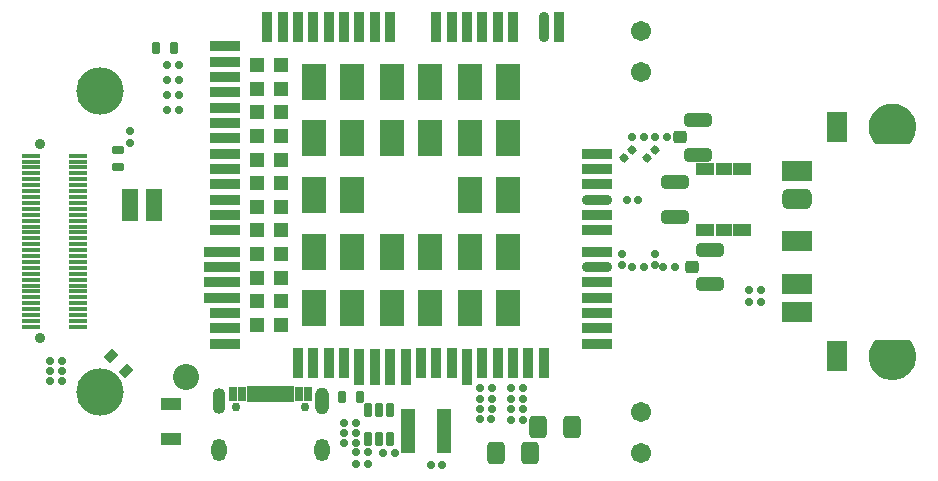
<source format=gbs>
G04*
G04 #@! TF.GenerationSoftware,Altium Limited,Altium Designer,22.8.2 (66)*
G04*
G04 Layer_Color=16711935*
%FSLAX25Y25*%
%MOIN*%
G70*
G04*
G04 #@! TF.SameCoordinates,6BB00AFB-5455-402A-A2EE-A29BA1A7275C*
G04*
G04*
G04 #@! TF.FilePolarity,Negative*
G04*
G01*
G75*
G04:AMPARAMS|DCode=38|XSize=39.37mil|YSize=27.56mil|CornerRadius=6.69mil|HoleSize=0mil|Usage=FLASHONLY|Rotation=180.000|XOffset=0mil|YOffset=0mil|HoleType=Round|Shape=RoundedRectangle|*
%AMROUNDEDRECTD38*
21,1,0.03937,0.01417,0,0,180.0*
21,1,0.02598,0.02756,0,0,180.0*
1,1,0.01339,-0.01299,0.00709*
1,1,0.01339,0.01299,0.00709*
1,1,0.01339,0.01299,-0.00709*
1,1,0.01339,-0.01299,-0.00709*
%
%ADD38ROUNDEDRECTD38*%
G04:AMPARAMS|DCode=41|XSize=47.37mil|YSize=27.69mil|CornerRadius=6.46mil|HoleSize=0mil|Usage=FLASHONLY|Rotation=270.000|XOffset=0mil|YOffset=0mil|HoleType=Round|Shape=RoundedRectangle|*
%AMROUNDEDRECTD41*
21,1,0.04737,0.01476,0,0,270.0*
21,1,0.03445,0.02769,0,0,270.0*
1,1,0.01292,-0.00738,-0.01722*
1,1,0.01292,-0.00738,0.01722*
1,1,0.01292,0.00738,0.01722*
1,1,0.01292,0.00738,-0.01722*
%
%ADD41ROUNDEDRECTD41*%
%ADD42R,0.04724X0.14961*%
G04:AMPARAMS|DCode=43|XSize=27.56mil|YSize=23.62mil|CornerRadius=5.91mil|HoleSize=0mil|Usage=FLASHONLY|Rotation=90.000|XOffset=0mil|YOffset=0mil|HoleType=Round|Shape=RoundedRectangle|*
%AMROUNDEDRECTD43*
21,1,0.02756,0.01181,0,0,90.0*
21,1,0.01575,0.02362,0,0,90.0*
1,1,0.01181,0.00591,0.00787*
1,1,0.01181,0.00591,-0.00787*
1,1,0.01181,-0.00591,-0.00787*
1,1,0.01181,-0.00591,0.00787*
%
%ADD43ROUNDEDRECTD43*%
G04:AMPARAMS|DCode=46|XSize=27.56mil|YSize=23.62mil|CornerRadius=5.91mil|HoleSize=0mil|Usage=FLASHONLY|Rotation=0.000|XOffset=0mil|YOffset=0mil|HoleType=Round|Shape=RoundedRectangle|*
%AMROUNDEDRECTD46*
21,1,0.02756,0.01181,0,0,0.0*
21,1,0.01575,0.02362,0,0,0.0*
1,1,0.01181,0.00787,-0.00591*
1,1,0.01181,-0.00787,-0.00591*
1,1,0.01181,-0.00787,0.00591*
1,1,0.01181,0.00787,0.00591*
%
%ADD46ROUNDEDRECTD46*%
G04:AMPARAMS|DCode=48|XSize=39.37mil|YSize=27.56mil|CornerRadius=6.69mil|HoleSize=0mil|Usage=FLASHONLY|Rotation=270.000|XOffset=0mil|YOffset=0mil|HoleType=Round|Shape=RoundedRectangle|*
%AMROUNDEDRECTD48*
21,1,0.03937,0.01417,0,0,270.0*
21,1,0.02598,0.02756,0,0,270.0*
1,1,0.01339,-0.00709,-0.01299*
1,1,0.01339,-0.00709,0.01299*
1,1,0.01339,0.00709,0.01299*
1,1,0.01339,0.00709,-0.01299*
%
%ADD48ROUNDEDRECTD48*%
%ADD50C,0.06706*%
%ADD51C,0.10743*%
%ADD52O,0.04331X0.08662*%
%ADD53O,0.05131X0.07493*%
%ADD54C,0.02953*%
%ADD55O,0.04737X0.09068*%
%ADD56C,0.15761*%
%ADD57C,0.03438*%
G04:AMPARAMS|DCode=109|XSize=45.28mil|YSize=92.52mil|CornerRadius=12.3mil|HoleSize=0mil|Usage=FLASHONLY|Rotation=90.000|XOffset=0mil|YOffset=0mil|HoleType=Round|Shape=RoundedRectangle|*
%AMROUNDEDRECTD109*
21,1,0.04528,0.06791,0,0,90.0*
21,1,0.02067,0.09252,0,0,90.0*
1,1,0.02461,0.03396,0.01034*
1,1,0.02461,0.03396,-0.01034*
1,1,0.02461,-0.03396,-0.01034*
1,1,0.02461,-0.03396,0.01034*
%
%ADD109ROUNDEDRECTD109*%
G04:AMPARAMS|DCode=110|XSize=43.31mil|YSize=45.28mil|CornerRadius=11.81mil|HoleSize=0mil|Usage=FLASHONLY|Rotation=90.000|XOffset=0mil|YOffset=0mil|HoleType=Round|Shape=RoundedRectangle|*
%AMROUNDEDRECTD110*
21,1,0.04331,0.02165,0,0,90.0*
21,1,0.01968,0.04528,0,0,90.0*
1,1,0.02362,0.01083,0.00984*
1,1,0.02362,0.01083,-0.00984*
1,1,0.02362,-0.01083,-0.00984*
1,1,0.02362,-0.01083,0.00984*
%
%ADD110ROUNDEDRECTD110*%
%ADD111R,0.09855X0.06706*%
G04:AMPARAMS|DCode=112|XSize=67.06mil|YSize=98.55mil|CornerRadius=18.76mil|HoleSize=0mil|Usage=FLASHONLY|Rotation=90.000|XOffset=0mil|YOffset=0mil|HoleType=Round|Shape=RoundedRectangle|*
%AMROUNDEDRECTD112*
21,1,0.06706,0.06102,0,0,90.0*
21,1,0.02953,0.09855,0,0,90.0*
1,1,0.03753,0.03051,0.01476*
1,1,0.03753,0.03051,-0.01476*
1,1,0.03753,-0.03051,-0.01476*
1,1,0.03753,-0.03051,0.01476*
%
%ADD112ROUNDEDRECTD112*%
%ADD113R,0.06706X0.09855*%
G04:AMPARAMS|DCode=114|XSize=39.5mil|YSize=31.62mil|CornerRadius=0mil|HoleSize=0mil|Usage=FLASHONLY|Rotation=45.000|XOffset=0mil|YOffset=0mil|HoleType=Round|Shape=Rectangle|*
%AMROTATEDRECTD114*
4,1,4,-0.00278,-0.02514,-0.02514,-0.00278,0.00278,0.02514,0.02514,0.00278,-0.00278,-0.02514,0.0*
%
%ADD114ROTATEDRECTD114*%

%ADD115C,0.08674*%
%ADD116R,0.06312X0.03950*%
%ADD117R,0.05721X0.03950*%
G04:AMPARAMS|DCode=118|XSize=27.56mil|YSize=23.62mil|CornerRadius=5.91mil|HoleSize=0mil|Usage=FLASHONLY|Rotation=315.000|XOffset=0mil|YOffset=0mil|HoleType=Round|Shape=RoundedRectangle|*
%AMROUNDEDRECTD118*
21,1,0.02756,0.01181,0,0,315.0*
21,1,0.01575,0.02362,0,0,315.0*
1,1,0.01181,0.00139,-0.00974*
1,1,0.01181,-0.00974,0.00139*
1,1,0.01181,-0.00139,0.00974*
1,1,0.01181,0.00974,-0.00139*
%
%ADD118ROUNDEDRECTD118*%
%ADD119R,0.02756X0.05118*%
%ADD120R,0.01981X0.05524*%
G04:AMPARAMS|DCode=121|XSize=75.59mil|YSize=57.09mil|CornerRadius=12.6mil|HoleSize=0mil|Usage=FLASHONLY|Rotation=270.000|XOffset=0mil|YOffset=0mil|HoleType=Round|Shape=RoundedRectangle|*
%AMROUNDEDRECTD121*
21,1,0.07559,0.03189,0,0,270.0*
21,1,0.05039,0.05709,0,0,270.0*
1,1,0.02520,-0.01595,-0.02520*
1,1,0.02520,-0.01595,0.02520*
1,1,0.02520,0.01595,0.02520*
1,1,0.02520,0.01595,-0.02520*
%
%ADD121ROUNDEDRECTD121*%
%ADD122R,0.04724X0.04724*%
%ADD123R,0.08268X0.12205*%
%ADD124R,0.03543X0.10236*%
%ADD125R,0.03543X0.12394*%
%ADD126R,0.10236X0.03543*%
G04:AMPARAMS|DCode=127|XSize=102.36mil|YSize=35.43mil|CornerRadius=17.72mil|HoleSize=0mil|Usage=FLASHONLY|Rotation=0.000|XOffset=0mil|YOffset=0mil|HoleType=Round|Shape=RoundedRectangle|*
%AMROUNDEDRECTD127*
21,1,0.10236,0.00000,0,0,0.0*
21,1,0.06693,0.03543,0,0,0.0*
1,1,0.03543,0.03347,0.00000*
1,1,0.03543,-0.03347,0.00000*
1,1,0.03543,-0.03347,0.00000*
1,1,0.03543,0.03347,0.00000*
%
%ADD127ROUNDEDRECTD127*%
G04:AMPARAMS|DCode=128|XSize=102.36mil|YSize=35.43mil|CornerRadius=17.72mil|HoleSize=0mil|Usage=FLASHONLY|Rotation=270.000|XOffset=0mil|YOffset=0mil|HoleType=Round|Shape=RoundedRectangle|*
%AMROUNDEDRECTD128*
21,1,0.10236,0.00000,0,0,270.0*
21,1,0.06693,0.03543,0,0,270.0*
1,1,0.03543,0.00000,-0.03347*
1,1,0.03543,0.00000,0.03347*
1,1,0.03543,0.00000,0.03347*
1,1,0.03543,0.00000,-0.03347*
%
%ADD128ROUNDEDRECTD128*%
%ADD129R,0.12394X0.03543*%
%ADD130R,0.05918X0.01784*%
%ADD131R,0.05721X0.10800*%
%ADD132R,0.07087X0.03937*%
G36*
X269746Y17476D02*
X269754Y17477D01*
X269758Y17476D01*
X269764Y17476D01*
X269777Y17474D01*
X269791Y17473D01*
X269798Y17472D01*
X269806Y17471D01*
X269810Y17470D01*
X269816Y17469D01*
X269829Y17466D01*
X269842Y17463D01*
X269850Y17461D01*
X269857Y17459D01*
X269861Y17457D01*
X269867Y17456D01*
X269879Y17451D01*
X269892Y17446D01*
X269899Y17443D01*
X269906Y17440D01*
X269910Y17438D01*
X269915Y17436D01*
X269927Y17429D01*
X269939Y17423D01*
X269945Y17419D01*
X269952Y17415D01*
X269956Y17412D01*
X269961Y17410D01*
X269971Y17401D01*
X269982Y17394D01*
X269988Y17389D01*
X269994Y17384D01*
X269998Y17381D01*
X270002Y17378D01*
X270012Y17368D01*
X270022Y17359D01*
X270027Y17354D01*
X270032Y17348D01*
X270276Y17086D01*
X270288Y17071D01*
X270301Y17056D01*
X270736Y16486D01*
X270746Y16470D01*
X270758Y16454D01*
X271136Y15845D01*
X271145Y15828D01*
X271154Y15811D01*
X271473Y15169D01*
X271480Y15151D01*
X271488Y15133D01*
X271744Y14463D01*
X271749Y14445D01*
X271756Y14427D01*
X271946Y13735D01*
X271950Y13716D01*
X271954Y13698D01*
X272077Y12991D01*
X272079Y12972D01*
X272082Y12953D01*
X272137Y12238D01*
X272137Y12219D01*
X272138Y12200D01*
X272124Y11483D01*
X272123Y11463D01*
X272122Y11444D01*
X272040Y10732D01*
X272036Y10713D01*
X272033Y10694D01*
X271883Y9992D01*
X271878Y9974D01*
X271874Y9955D01*
X271657Y9272D01*
X271650Y9254D01*
X271644Y9235D01*
X271363Y8575D01*
X271354Y8558D01*
X271346Y8541D01*
X271004Y7911D01*
X270993Y7895D01*
X270984Y7878D01*
X270582Y7284D01*
X270571Y7268D01*
X270559Y7253D01*
X270103Y6700D01*
X270090Y6685D01*
X270077Y6671D01*
X269824Y6418D01*
X269824Y6418D01*
X269564Y6158D01*
X269549Y6145D01*
X269535Y6131D01*
X268967Y5665D01*
X268951Y5654D01*
X268935Y5642D01*
X268324Y5233D01*
X268307Y5223D01*
X268290Y5213D01*
X267642Y4867D01*
X267624Y4859D01*
X267607Y4850D01*
X266928Y4569D01*
X266909Y4562D01*
X266891Y4555D01*
X266187Y4342D01*
X266168Y4338D01*
X266149Y4332D01*
X265428Y4189D01*
X265409Y4186D01*
X265389Y4183D01*
X264658Y4111D01*
X264638Y4111D01*
X264619Y4109D01*
X263884Y4109D01*
X263864Y4111D01*
X263844Y4111D01*
X263113Y4183D01*
X263094Y4187D01*
X263074Y4189D01*
X262353Y4333D01*
X262334Y4338D01*
X262315Y4342D01*
X261612Y4556D01*
X261594Y4563D01*
X261575Y4569D01*
X260896Y4850D01*
X260878Y4859D01*
X260860Y4867D01*
X260212Y5214D01*
X260196Y5224D01*
X260179Y5234D01*
X259568Y5642D01*
X259552Y5654D01*
X259536Y5666D01*
X258968Y6132D01*
X258954Y6145D01*
X258939Y6159D01*
X258679Y6418D01*
X258426Y6672D01*
X258413Y6686D01*
X258400Y6700D01*
X257944Y7254D01*
X257932Y7269D01*
X257921Y7284D01*
X257519Y7879D01*
X257510Y7895D01*
X257499Y7912D01*
X257157Y8542D01*
X257149Y8559D01*
X257140Y8576D01*
X256859Y9236D01*
X256853Y9254D01*
X256846Y9272D01*
X256630Y9956D01*
X256625Y9974D01*
X256620Y9993D01*
X256470Y10695D01*
X256467Y10714D01*
X256464Y10732D01*
X256382Y11445D01*
X256381Y11464D01*
X256379Y11483D01*
X256365Y12200D01*
X256366Y12219D01*
X256366Y12239D01*
X256422Y12954D01*
X256424Y12973D01*
X256426Y12992D01*
X256550Y13698D01*
X256554Y13717D01*
X256558Y13736D01*
X256748Y14427D01*
X256754Y14445D01*
X256760Y14464D01*
X257016Y15134D01*
X257024Y15151D01*
X257031Y15169D01*
X257349Y15812D01*
X257359Y15828D01*
X257368Y15845D01*
X257747Y16454D01*
X257758Y16470D01*
X257768Y16486D01*
X258203Y17056D01*
X258216Y17071D01*
X258228Y17086D01*
X258472Y17348D01*
X258477Y17354D01*
X258482Y17359D01*
X258496Y17372D01*
X258510Y17385D01*
X258516Y17389D01*
X258522Y17394D01*
X258537Y17404D01*
X258552Y17415D01*
X258559Y17419D01*
X258565Y17423D01*
X258582Y17431D01*
X258598Y17440D01*
X258606Y17443D01*
X258612Y17446D01*
X258630Y17452D01*
X258647Y17459D01*
X258655Y17461D01*
X258662Y17463D01*
X258680Y17467D01*
X258698Y17471D01*
X258706Y17472D01*
X258713Y17473D01*
X258732Y17475D01*
X258751Y17477D01*
X258758Y17476D01*
X258766Y17477D01*
X269738Y17477D01*
X269746Y17476D01*
D02*
G37*
G36*
X264638Y96249D02*
X264657Y96248D01*
X265389Y96176D01*
X265409Y96173D01*
X265428Y96171D01*
X266149Y96027D01*
X266168Y96022D01*
X266187Y96018D01*
X266891Y95805D01*
X266909Y95798D01*
X266928Y95791D01*
X267607Y95510D01*
X267625Y95501D01*
X267642Y95493D01*
X268291Y95147D01*
X268308Y95136D01*
X268325Y95126D01*
X268936Y94718D01*
X268951Y94706D01*
X268968Y94695D01*
X269536Y94228D01*
X269550Y94215D01*
X269565Y94202D01*
X269825Y93942D01*
X269825Y93942D01*
X270079Y93687D01*
X270092Y93673D01*
X270105Y93659D01*
X270563Y93103D01*
X270574Y93088D01*
X270586Y93072D01*
X270989Y92475D01*
X270998Y92458D01*
X271009Y92442D01*
X271352Y91809D01*
X271360Y91792D01*
X271369Y91774D01*
X271649Y91111D01*
X271656Y91093D01*
X271663Y91075D01*
X271879Y90388D01*
X271883Y90370D01*
X271888Y90351D01*
X272037Y89647D01*
X272040Y89627D01*
X272043Y89609D01*
X272124Y88893D01*
X272125Y88874D01*
X272126Y88855D01*
X272138Y88135D01*
X272137Y88116D01*
X272137Y88096D01*
X272079Y87379D01*
X272076Y87359D01*
X272074Y87340D01*
X271948Y86631D01*
X271943Y86613D01*
X271939Y86594D01*
X271745Y85900D01*
X271739Y85882D01*
X271733Y85864D01*
X271474Y85192D01*
X271465Y85175D01*
X271458Y85157D01*
X271135Y84513D01*
X271125Y84497D01*
X271116Y84480D01*
X270733Y83870D01*
X270722Y83855D01*
X270711Y83839D01*
X270271Y83269D01*
X270258Y83254D01*
X270246Y83239D01*
X270000Y82977D01*
X269995Y82972D01*
X269991Y82968D01*
X269976Y82955D01*
X269961Y82941D01*
X269956Y82937D01*
X269951Y82933D01*
X269935Y82922D01*
X269919Y82910D01*
X269913Y82907D01*
X269908Y82904D01*
X269890Y82895D01*
X269872Y82886D01*
X269866Y82883D01*
X269861Y82881D01*
X269842Y82874D01*
X269823Y82867D01*
X269817Y82866D01*
X269811Y82864D01*
X269792Y82860D01*
X269772Y82855D01*
X269766Y82855D01*
X269759Y82854D01*
X269740Y82852D01*
X269720Y82850D01*
X269714Y82850D01*
X269707Y82850D01*
X258797Y82850D01*
X258790Y82850D01*
X258784Y82850D01*
X258778Y82851D01*
X258773Y82851D01*
X258758Y82853D01*
X258745Y82854D01*
X258738Y82855D01*
X258732Y82855D01*
X258726Y82857D01*
X258721Y82857D01*
X258707Y82861D01*
X258693Y82864D01*
X258687Y82866D01*
X258681Y82867D01*
X258676Y82869D01*
X258670Y82871D01*
X258657Y82876D01*
X258643Y82881D01*
X258638Y82883D01*
X258632Y82886D01*
X258627Y82888D01*
X258622Y82890D01*
X258609Y82898D01*
X258596Y82904D01*
X258591Y82907D01*
X258585Y82910D01*
X258581Y82914D01*
X258576Y82916D01*
X258564Y82925D01*
X258553Y82933D01*
X258548Y82937D01*
X258543Y82941D01*
X258539Y82945D01*
X258534Y82948D01*
X258524Y82958D01*
X258513Y82968D01*
X258509Y82972D01*
X258505Y82977D01*
X258258Y83239D01*
X258246Y83254D01*
X258233Y83268D01*
X257793Y83838D01*
X257783Y83854D01*
X257771Y83870D01*
X257388Y84479D01*
X257379Y84496D01*
X257369Y84513D01*
X257046Y85156D01*
X257038Y85174D01*
X257030Y85192D01*
X256771Y85863D01*
X256765Y85881D01*
X256759Y85900D01*
X256565Y86593D01*
X256561Y86612D01*
X256556Y86630D01*
X256430Y87339D01*
X256428Y87358D01*
X256425Y87377D01*
X256367Y88095D01*
X256367Y88114D01*
X256366Y88133D01*
X256377Y88853D01*
X256379Y88872D01*
X256379Y88892D01*
X256460Y89607D01*
X256463Y89626D01*
X256466Y89645D01*
X256615Y90350D01*
X256620Y90368D01*
X256625Y90387D01*
X256840Y91074D01*
X256847Y91092D01*
X256854Y91110D01*
X257134Y91773D01*
X257143Y91790D01*
X257151Y91807D01*
X257494Y92440D01*
X257504Y92457D01*
X257514Y92473D01*
X257916Y93070D01*
X257928Y93085D01*
X257939Y93101D01*
X258397Y93657D01*
X258410Y93671D01*
X258423Y93685D01*
X258677Y93940D01*
X258677Y93940D01*
X258937Y94200D01*
X258952Y94213D01*
X258966Y94226D01*
X259534Y94693D01*
X259550Y94704D01*
X259566Y94716D01*
X260177Y95125D01*
X260194Y95135D01*
X260211Y95145D01*
X260859Y95492D01*
X260877Y95500D01*
X260894Y95509D01*
X261574Y95790D01*
X261592Y95797D01*
X261611Y95804D01*
X262314Y96017D01*
X262333Y96022D01*
X262352Y96027D01*
X263073Y96170D01*
X263093Y96173D01*
X263112Y96176D01*
X263844Y96248D01*
X263863Y96249D01*
X263883Y96250D01*
X264618Y96250D01*
X264638Y96249D01*
D02*
G37*
D38*
X6095Y80882D02*
D03*
Y74976D02*
D03*
D41*
X89370Y-6040D02*
D03*
X93110D02*
D03*
X96850D02*
D03*
X89370Y-15489D02*
D03*
X93110D02*
D03*
X96850D02*
D03*
D42*
X102874Y-12733D02*
D03*
X114685D02*
D03*
D43*
X177547Y41768D02*
D03*
X181484D02*
D03*
X130721Y-2086D02*
D03*
X126784D02*
D03*
X187959Y41723D02*
D03*
X191896D02*
D03*
X130721Y1307D02*
D03*
X126784D02*
D03*
X179579Y64195D02*
D03*
X175642D02*
D03*
X-16610Y3712D02*
D03*
X-12673D02*
D03*
X-12673Y6991D02*
D03*
X-16610D02*
D03*
X-12627Y10304D02*
D03*
X-16564D02*
D03*
X181539Y84944D02*
D03*
X177602D02*
D03*
X188980Y84979D02*
D03*
X185043D02*
D03*
X126632Y-8871D02*
D03*
X130569D02*
D03*
X141180Y-9060D02*
D03*
X137243D02*
D03*
X141180Y1307D02*
D03*
X137243D02*
D03*
X141180Y-5604D02*
D03*
X137243D02*
D03*
X141180Y-2149D02*
D03*
X137243D02*
D03*
X126784Y-5478D02*
D03*
X130721D02*
D03*
X85546Y-10220D02*
D03*
X81609D02*
D03*
Y-13498D02*
D03*
X85546D02*
D03*
X98324Y-20283D02*
D03*
X94387D02*
D03*
X85546Y-16859D02*
D03*
X81609D02*
D03*
X114291Y-24239D02*
D03*
X110354D02*
D03*
X22489Y94020D02*
D03*
X26426D02*
D03*
X22489Y98970D02*
D03*
X26426D02*
D03*
X22489Y104069D02*
D03*
X26426D02*
D03*
X22489Y109270D02*
D03*
X26426D02*
D03*
D46*
X220339Y30219D02*
D03*
Y34156D02*
D03*
X216361Y30219D02*
D03*
Y34156D02*
D03*
X174113Y42330D02*
D03*
Y46267D02*
D03*
X185071Y42330D02*
D03*
Y46267D02*
D03*
X85546Y-19944D02*
D03*
Y-23881D02*
D03*
X89495Y-23813D02*
D03*
Y-19876D02*
D03*
X10217Y83200D02*
D03*
Y87137D02*
D03*
D48*
X86660Y-1557D02*
D03*
X80754D02*
D03*
X24710Y114869D02*
D03*
X18804D02*
D03*
D50*
X180394Y-6397D02*
D03*
Y-20177D02*
D03*
Y106658D02*
D03*
Y120438D02*
D03*
D51*
X264252Y11991D02*
D03*
Y88369D02*
D03*
D52*
X39956Y-2777D02*
D03*
D53*
Y-19234D02*
D03*
X74012D02*
D03*
D54*
X45606Y-4746D02*
D03*
X68362D02*
D03*
D55*
X74012Y-2777D02*
D03*
D56*
X0Y0D02*
D03*
X0Y100495D02*
D03*
D57*
X-19844Y82636D02*
D03*
Y18070D02*
D03*
D109*
X199516Y79212D02*
D03*
Y90826D02*
D03*
X203569Y47586D02*
D03*
Y35972D02*
D03*
X191733Y58424D02*
D03*
Y70038D02*
D03*
D110*
X193512Y85019D02*
D03*
X197565Y41779D02*
D03*
D111*
X232573Y26791D02*
D03*
Y36122D02*
D03*
Y50295D02*
D03*
Y73799D02*
D03*
D112*
Y64468D02*
D03*
D113*
X245774Y11996D02*
D03*
Y88398D02*
D03*
D114*
X8660Y7222D02*
D03*
X3928Y11955D02*
D03*
D115*
X28644Y5015D02*
D03*
D116*
X214112Y54029D02*
D03*
X201868D02*
D03*
X214112Y74431D02*
D03*
X201868D02*
D03*
D117*
X207990Y54029D02*
D03*
Y74431D02*
D03*
D118*
X182355Y78091D02*
D03*
X185139Y80875D02*
D03*
X177553Y80812D02*
D03*
X174769Y78029D02*
D03*
D119*
X44386Y-553D02*
D03*
X47535D02*
D03*
X66433D02*
D03*
X69582D02*
D03*
D120*
X50094D02*
D03*
X52063D02*
D03*
X54031D02*
D03*
X56000D02*
D03*
X57968D02*
D03*
X59937D02*
D03*
X61905D02*
D03*
X63874D02*
D03*
D121*
X157412Y-11657D02*
D03*
X145994D02*
D03*
X132087Y-20286D02*
D03*
X143504D02*
D03*
D122*
X52561Y109077D02*
D03*
Y101203D02*
D03*
Y93329D02*
D03*
Y85455D02*
D03*
Y77581D02*
D03*
Y69707D02*
D03*
Y61833D02*
D03*
Y53959D02*
D03*
Y46084D02*
D03*
Y38210D02*
D03*
Y30336D02*
D03*
Y22463D02*
D03*
X60435Y109077D02*
D03*
Y101203D02*
D03*
Y93329D02*
D03*
Y85455D02*
D03*
Y77581D02*
D03*
Y69707D02*
D03*
Y61833D02*
D03*
Y53959D02*
D03*
Y46084D02*
D03*
Y30336D02*
D03*
Y22463D02*
D03*
Y38210D02*
D03*
D123*
X71459Y103565D02*
D03*
Y84667D02*
D03*
Y65770D02*
D03*
Y46872D02*
D03*
Y27974D02*
D03*
X84057Y103565D02*
D03*
Y84667D02*
D03*
Y65770D02*
D03*
Y46872D02*
D03*
Y27974D02*
D03*
X97443Y103565D02*
D03*
Y84667D02*
D03*
Y46872D02*
D03*
Y27974D02*
D03*
X110041Y103565D02*
D03*
Y84667D02*
D03*
Y46872D02*
D03*
Y27974D02*
D03*
X123427Y103565D02*
D03*
Y84667D02*
D03*
Y65770D02*
D03*
Y46872D02*
D03*
Y27974D02*
D03*
X136026Y103565D02*
D03*
Y84667D02*
D03*
Y65770D02*
D03*
Y46872D02*
D03*
Y27974D02*
D03*
D124*
X66144Y9667D02*
D03*
X71262D02*
D03*
X76380D02*
D03*
X81498D02*
D03*
X107089D02*
D03*
X112207D02*
D03*
X117325D02*
D03*
X127561D02*
D03*
X132679D02*
D03*
X137797D02*
D03*
X142915D02*
D03*
X148034D02*
D03*
X153152Y121872D02*
D03*
X137797D02*
D03*
X132679D02*
D03*
X127561D02*
D03*
X122443D02*
D03*
X117325D02*
D03*
X112207D02*
D03*
X96852D02*
D03*
X91734D02*
D03*
X86616D02*
D03*
X81498D02*
D03*
X76380D02*
D03*
X71262D02*
D03*
X66144D02*
D03*
X61026D02*
D03*
X55908D02*
D03*
D125*
X86616Y8570D02*
D03*
X91734D02*
D03*
X96852D02*
D03*
X101971D02*
D03*
X122443D02*
D03*
D126*
X165750Y16163D02*
D03*
Y21281D02*
D03*
Y26399D02*
D03*
Y31518D02*
D03*
Y36636D02*
D03*
Y46872D02*
D03*
Y53959D02*
D03*
Y59077D02*
D03*
Y69313D02*
D03*
Y74431D02*
D03*
Y79549D02*
D03*
X41734Y115376D02*
D03*
Y110258D02*
D03*
Y105140D02*
D03*
Y100022D02*
D03*
Y94903D02*
D03*
Y89785D02*
D03*
Y84667D02*
D03*
Y79549D02*
D03*
Y74431D02*
D03*
Y69313D02*
D03*
Y64195D02*
D03*
Y59077D02*
D03*
Y53959D02*
D03*
Y26399D02*
D03*
Y21281D02*
D03*
Y16163D02*
D03*
D127*
X165750Y41754D02*
D03*
Y64195D02*
D03*
D128*
X148034Y121872D02*
D03*
D129*
X40734Y46872D02*
D03*
Y41754D02*
D03*
Y36636D02*
D03*
Y31518D02*
D03*
D130*
X-22797Y49369D02*
D03*
Y45432D02*
D03*
Y41495D02*
D03*
Y37558D02*
D03*
Y33621D02*
D03*
X-7049Y21810D02*
D03*
X-22797Y53306D02*
D03*
Y57243D02*
D03*
Y55274D02*
D03*
Y51337D02*
D03*
Y47400D02*
D03*
Y43463D02*
D03*
Y39526D02*
D03*
Y35589D02*
D03*
Y31652D02*
D03*
X-7049Y57243D02*
D03*
Y53306D02*
D03*
Y49369D02*
D03*
Y45432D02*
D03*
Y55274D02*
D03*
Y51337D02*
D03*
Y47400D02*
D03*
Y43463D02*
D03*
Y41495D02*
D03*
Y39526D02*
D03*
Y37558D02*
D03*
Y35589D02*
D03*
Y33621D02*
D03*
Y31652D02*
D03*
Y29684D02*
D03*
Y27715D02*
D03*
Y25747D02*
D03*
Y23778D02*
D03*
X-22797Y21810D02*
D03*
Y23778D02*
D03*
Y25747D02*
D03*
Y27715D02*
D03*
Y29684D02*
D03*
Y59211D02*
D03*
X-7049Y59211D02*
D03*
X-22797Y69054D02*
D03*
Y65117D02*
D03*
Y61180D02*
D03*
Y76928D02*
D03*
Y78896D02*
D03*
Y74959D02*
D03*
Y71022D02*
D03*
Y67085D02*
D03*
Y63148D02*
D03*
X-7049Y76928D02*
D03*
Y72991D02*
D03*
Y69054D02*
D03*
Y65117D02*
D03*
Y78896D02*
D03*
Y74959D02*
D03*
Y71022D02*
D03*
Y67085D02*
D03*
Y63148D02*
D03*
Y61180D02*
D03*
X-22797Y72991D02*
D03*
D131*
X10260Y62390D02*
D03*
X18134D02*
D03*
D132*
X23860Y-15461D02*
D03*
Y-4044D02*
D03*
M02*

</source>
